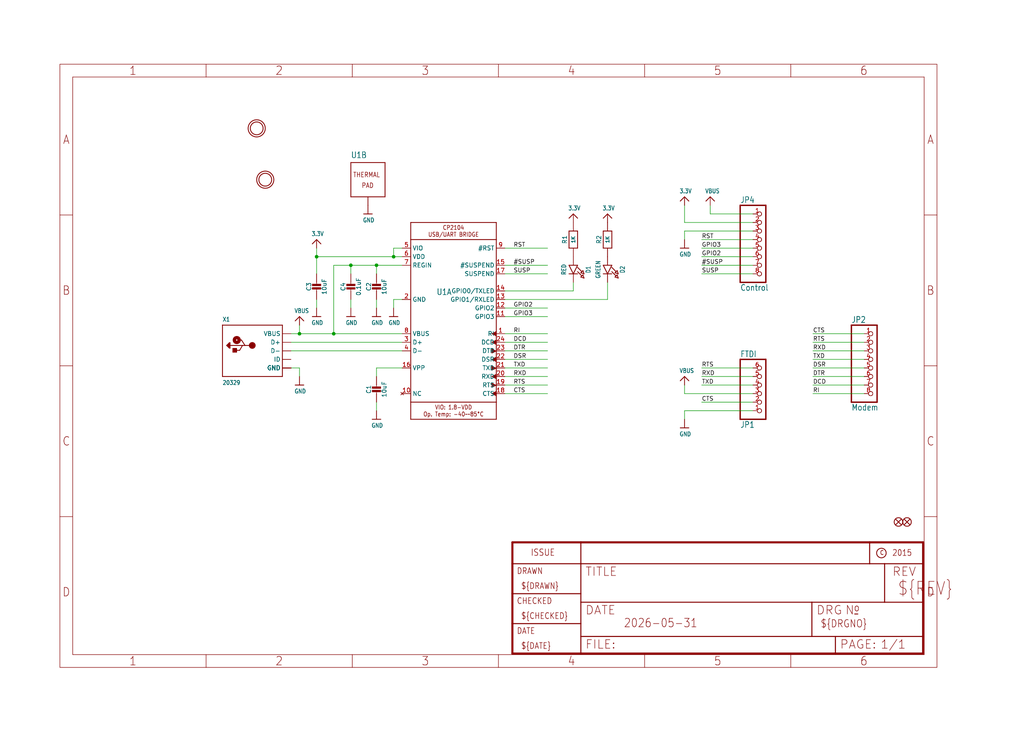
<source format=kicad_sch>
(kicad_sch (version 20230121) (generator eeschema)
  (paper "User" 303.962 217.322)
  (lib_symbols
    (symbol "working-eagle-import:3.3V" (power)
      (property "Value" "3.3V" (at -1.524 1.016 0))
      (symbol "3.3V_1_0"
        (polyline (pts (xy -1.27 -1.27) (xy 0 0)) (stroke (width 0.254)))
        (polyline (pts (xy 0 0) (xy 1.27 -1.27)) (stroke (width 0.254)))
        (pin power_in line (at 0 -2.54 90) (length 2.54) (name "3.3V") (number "1"))
      )
    )
    (symbol "working-eagle-import:CAP_CERAMIC0805-NOOUTLINE"
      (property "Reference" "C" (at -2.29 1.25 90))
      (symbol "CAP_CERAMIC0805-NOOUTLINE_1_0"
        (rectangle (start -1.27 0.508) (end 1.27 1.016) (fill (type outline)))
        (rectangle (start -1.27 1.524) (end 1.27 2.032) (fill (type outline)))
        (polyline (pts (xy 0 0.762) (xy 0 0)) (stroke (width 0.1524)))
        (polyline (pts (xy 0 2.54) (xy 0 1.778)) (stroke (width 0.1524)))
        (pin passive line (at 0 5.08 270) (length 2.54) (name "1") (number "1"))
        (pin passive line (at 0 -2.54 90) (length 2.54) (name "2") (number "2"))
      )
    )
    (symbol "working-eagle-import:CP2104"
      (property "Reference" "U" (at -5.08 6.35 0))
      (symbol "CP2104_1_0"
        (polyline (pts (xy -12.7 -30.48) (xy 12.7 -30.48)) (stroke (width 0.254)))
        (polyline (pts (xy -12.7 -25.4) (xy -12.7 -30.48)) (stroke (width 0.254)))
        (polyline (pts (xy -12.7 -25.4) (xy -12.7 22.86)) (stroke (width 0.254)))
        (polyline (pts (xy -12.7 22.86) (xy -12.7 27.94)) (stroke (width 0.254)))
        (polyline (pts (xy -12.7 22.86) (xy 12.7 22.86)) (stroke (width 0.254)))
        (polyline (pts (xy -12.7 27.94) (xy 12.7 27.94)) (stroke (width 0.254)))
        (polyline (pts (xy 12.7 -30.48) (xy 12.7 -25.4)) (stroke (width 0.254)))
        (polyline (pts (xy 12.7 -25.4) (xy -12.7 -25.4)) (stroke (width 0.254)))
        (polyline (pts (xy 12.7 22.86) (xy 12.7 -25.4)) (stroke (width 0.254)))
        (polyline (pts (xy 12.7 27.94) (xy 12.7 22.86)) (stroke (width 0.254)))
        (polyline (pts (xy 11.43 -19.685) (xy 11.43 -20.955) (xy 12.7 -20.32)) (stroke (width 0.254)) (fill (type outline)))
        (polyline (pts (xy 11.43 -14.605) (xy 11.43 -15.875) (xy 12.7 -15.24)) (stroke (width 0.254)) (fill (type outline)))
        (polyline (pts (xy 11.43 -9.525) (xy 11.43 -10.795) (xy 12.7 -10.16)) (stroke (width 0.254)) (fill (type outline)))
        (polyline (pts (xy 12.7 -22.225) (xy 11.43 -22.86) (xy 12.7 -23.495)) (stroke (width 0.254)) (fill (type outline)))
        (polyline (pts (xy 12.7 -17.145) (xy 11.43 -17.78) (xy 12.7 -18.415)) (stroke (width 0.254)) (fill (type outline)))
        (polyline (pts (xy 12.7 -12.065) (xy 11.43 -12.7) (xy 12.7 -13.335)) (stroke (width 0.254)) (fill (type outline)))
        (polyline (pts (xy 12.7 -6.985) (xy 11.43 -7.62) (xy 12.7 -8.255)) (stroke (width 0.254)) (fill (type outline)))
        (polyline (pts (xy 12.7 -4.445) (xy 11.43 -5.08) (xy 12.7 -5.715)) (stroke (width 0.254)) (fill (type outline)))
        (text "CP2104\nUSB/UART BRIDGE" (at 0 25.4 0) (effects (font (size 1.27 1.0795))))
        (text "VIO: 1.8-VDD\nOp. Temp: -40~~85°C" (at 0 -27.94 0) (effects (font (size 1.27 1.0795))))
        (pin input line (at 15.24 -5.08 180) (length 2.54) (name "RI") (number "1"))
        (pin no_connect line (at -15.24 -22.86 0) (length 2.54) (name "NC") (number "10"))
        (pin bidirectional line (at 15.24 0 180) (length 2.54) (name "GPIO3") (number "11"))
        (pin bidirectional line (at 15.24 2.54 180) (length 2.54) (name "GPIO2") (number "12"))
        (pin bidirectional line (at 15.24 5.08 180) (length 2.54) (name "GPIO1/RXLED") (number "13"))
        (pin bidirectional line (at 15.24 7.62 180) (length 2.54) (name "GPIO0/TXLED") (number "14"))
        (pin output line (at 15.24 15.24 180) (length 2.54) (name "#SUSPEND") (number "15"))
        (pin bidirectional line (at -15.24 -15.24 0) (length 2.54) (name "VPP") (number "16"))
        (pin output line (at 15.24 12.7 180) (length 2.54) (name "SUSPEND") (number "17"))
        (pin input line (at 15.24 -22.86 180) (length 2.54) (name "CTS") (number "18"))
        (pin output line (at 15.24 -20.32 180) (length 2.54) (name "RTS") (number "19"))
        (pin power_in line (at -15.24 5.08 0) (length 2.54) (name "GND") (number "2"))
        (pin input line (at 15.24 -17.78 180) (length 2.54) (name "RXD") (number "20"))
        (pin output line (at 15.24 -15.24 180) (length 2.54) (name "TXD") (number "21"))
        (pin input line (at 15.24 -12.7 180) (length 2.54) (name "DSR") (number "22"))
        (pin output line (at 15.24 -10.16 180) (length 2.54) (name "DTR") (number "23"))
        (pin input line (at 15.24 -7.62 180) (length 2.54) (name "DCD") (number "24"))
        (pin bidirectional line (at -15.24 -7.62 0) (length 2.54) (name "D+") (number "3"))
        (pin bidirectional line (at -15.24 -10.16 0) (length 2.54) (name "D-") (number "4"))
        (pin power_in line (at -15.24 20.32 0) (length 2.54) (name "VIO") (number "5"))
        (pin power_in line (at -15.24 17.78 0) (length 2.54) (name "VDD") (number "6"))
        (pin power_in line (at -15.24 15.24 0) (length 2.54) (name "REGIN") (number "7"))
        (pin power_in line (at -15.24 -5.08 0) (length 2.54) (name "VBUS") (number "8"))
        (pin bidirectional line (at 15.24 20.32 180) (length 2.54) (name "#RST") (number "9"))
      )
      (symbol "CP2104_2_0"
        (polyline (pts (xy -5.08 -5.08) (xy -5.08 5.08)) (stroke (width 0.254)))
        (polyline (pts (xy -5.08 5.08) (xy 5.08 5.08)) (stroke (width 0.254)))
        (polyline (pts (xy 5.08 -5.08) (xy -5.08 -5.08)) (stroke (width 0.254)))
        (polyline (pts (xy 5.08 5.08) (xy 5.08 -5.08)) (stroke (width 0.254)))
        (text "PAD" (at -1.905 -2.54 0) (effects (font (size 1.4224 1.209)) (justify left bottom)))
        (text "THERMAL" (at -4.445 0.635 0) (effects (font (size 1.4224 1.209)) (justify left bottom)))
        (pin power_in line (at 0 -7.62 90) (length 2.54) (name "TP") (number "THERM"))
      )
    )
    (symbol "working-eagle-import:FIDUCIAL{dblquote}{dblquote}"
      (symbol "FIDUCIAL{dblquote}{dblquote}_1_0"
        (polyline (pts (xy -0.762 0.762) (xy 0.762 -0.762)) (stroke (width 0.254)))
        (polyline (pts (xy 0.762 0.762) (xy -0.762 -0.762)) (stroke (width 0.254)))
        (circle (center 0 0) (radius 1.27) (stroke (width 0.254)))
      )
    )
    (symbol "working-eagle-import:FRAME_A4"
      (symbol "FRAME_A4_1_0"
        (polyline (pts (xy 0 44.7675) (xy 3.81 44.7675)))
        (polyline (pts (xy 0 89.535) (xy 3.81 89.535)))
        (polyline (pts (xy 0 134.3025) (xy 3.81 134.3025)))
        (polyline (pts (xy 3.81 3.81) (xy 3.81 175.26)))
        (polyline (pts (xy 43.3917 0) (xy 43.3917 3.81)))
        (polyline (pts (xy 43.3917 175.26) (xy 43.3917 179.07)))
        (polyline (pts (xy 86.7833 0) (xy 86.7833 3.81)))
        (polyline (pts (xy 86.7833 175.26) (xy 86.7833 179.07)))
        (polyline (pts (xy 130.175 0) (xy 130.175 3.81)))
        (polyline (pts (xy 130.175 175.26) (xy 130.175 179.07)))
        (polyline (pts (xy 173.5667 0) (xy 173.5667 3.81)))
        (polyline (pts (xy 173.5667 175.26) (xy 173.5667 179.07)))
        (polyline (pts (xy 216.9583 0) (xy 216.9583 3.81)))
        (polyline (pts (xy 216.9583 175.26) (xy 216.9583 179.07)))
        (polyline (pts (xy 256.54 3.81) (xy 3.81 3.81)))
        (polyline (pts (xy 256.54 3.81) (xy 256.54 8.89)) (stroke (width 0.1016)))
        (polyline (pts (xy 256.54 3.81) (xy 256.54 175.26)))
        (polyline (pts (xy 256.54 8.89) (xy 256.54 13.97)) (stroke (width 0.1016)))
        (polyline (pts (xy 256.54 13.97) (xy 256.54 19.05)) (stroke (width 0.1016)))
        (polyline (pts (xy 256.54 19.05) (xy 256.54 36.83)) (stroke (width 0.1016)))
        (polyline (pts (xy 256.54 44.7675) (xy 260.35 44.7675)))
        (polyline (pts (xy 256.54 89.535) (xy 260.35 89.535)))
        (polyline (pts (xy 256.54 134.3025) (xy 260.35 134.3025)))
        (polyline (pts (xy 256.54 175.26) (xy 3.81 175.26)))
        (polyline (pts (xy 0 0) (xy 260.35 0) (xy 260.35 179.07) (xy 0 179.07) (xy 0 0)))
        (text "1" (at 21.6958 1.905 0) (effects (font (size 2.54 2.286))))
        (text "1" (at 21.6958 177.165 0) (effects (font (size 2.54 2.286))))
        (text "2" (at 65.0875 1.905 0) (effects (font (size 2.54 2.286))))
        (text "2" (at 65.0875 177.165 0) (effects (font (size 2.54 2.286))))
        (text "3" (at 108.4792 1.905 0) (effects (font (size 2.54 2.286))))
        (text "3" (at 108.4792 177.165 0) (effects (font (size 2.54 2.286))))
        (text "4" (at 151.8708 1.905 0) (effects (font (size 2.54 2.286))))
        (text "4" (at 151.8708 177.165 0) (effects (font (size 2.54 2.286))))
        (text "5" (at 195.2625 1.905 0) (effects (font (size 2.54 2.286))))
        (text "5" (at 195.2625 177.165 0) (effects (font (size 2.54 2.286))))
        (text "6" (at 238.6542 1.905 0) (effects (font (size 2.54 2.286))))
        (text "6" (at 238.6542 177.165 0) (effects (font (size 2.54 2.286))))
        (text "A" (at 1.905 156.6863 0) (effects (font (size 2.54 2.286))))
        (text "A" (at 258.445 156.6863 0) (effects (font (size 2.54 2.286))))
        (text "B" (at 1.905 111.9188 0) (effects (font (size 2.54 2.286))))
        (text "B" (at 258.445 111.9188 0) (effects (font (size 2.54 2.286))))
        (text "C" (at 1.905 67.1513 0) (effects (font (size 2.54 2.286))))
        (text "C" (at 258.445 67.1513 0) (effects (font (size 2.54 2.286))))
        (text "D" (at 1.905 22.3838 0) (effects (font (size 2.54 2.286))))
        (text "D" (at 258.445 22.3838 0) (effects (font (size 2.54 2.286))))
      )
      (symbol "FRAME_A4_2_0"
        (polyline (pts (xy -0.3048 1.5748) (xy 20.0152 1.5748)) (stroke (width 0.6096)))
        (polyline (pts (xy -0.3048 10.4648) (xy -0.3048 1.5748)) (stroke (width 0.6096)))
        (polyline (pts (xy -0.3048 10.4648) (xy 20.0152 10.4648)) (stroke (width 0.3048)))
        (polyline (pts (xy -0.3048 19.3548) (xy -0.3048 10.4648)) (stroke (width 0.6096)))
        (polyline (pts (xy -0.3048 19.3548) (xy 20.0152 19.3548)) (stroke (width 0.3048)))
        (polyline (pts (xy -0.3048 28.2448) (xy -0.3048 19.3548)) (stroke (width 0.6096)))
        (polyline (pts (xy -0.3048 28.2448) (xy 20.0152 28.2448)) (stroke (width 0.3048)))
        (polyline (pts (xy -0.3048 34.5948) (xy -0.3048 28.2448)) (stroke (width 0.6096)))
        (polyline (pts (xy 20.0152 1.5748) (xy 20.0152 6.6548)) (stroke (width 0.3048)))
        (polyline (pts (xy 20.0152 1.5748) (xy 95.5802 1.5748)) (stroke (width 0.6096)))
        (polyline (pts (xy 20.0152 6.6548) (xy 20.0152 10.4648)) (stroke (width 0.3048)))
        (polyline (pts (xy 20.0152 6.6548) (xy 88.5952 6.6548)) (stroke (width 0.3048)))
        (polyline (pts (xy 20.0152 10.4648) (xy 20.0152 16.8148)) (stroke (width 0.3048)))
        (polyline (pts (xy 20.0152 16.8148) (xy 20.0152 19.3548)) (stroke (width 0.3048)))
        (polyline (pts (xy 20.0152 19.3548) (xy 20.0152 28.2448)) (stroke (width 0.3048)))
        (polyline (pts (xy 20.0152 28.2448) (xy 20.0152 34.5948)) (stroke (width 0.3048)))
        (polyline (pts (xy 20.0152 28.2448) (xy 105.7402 28.2448)) (stroke (width 0.3048)))
        (polyline (pts (xy 20.0152 34.5948) (xy -0.3048 34.5948)) (stroke (width 0.6096)))
        (polyline (pts (xy 88.5952 6.6548) (xy 95.5802 6.6548)) (stroke (width 0.3048)))
        (polyline (pts (xy 88.5952 16.8148) (xy 20.0152 16.8148)) (stroke (width 0.3048)))
        (polyline (pts (xy 88.5952 16.8148) (xy 88.5952 6.6548)) (stroke (width 0.3048)))
        (polyline (pts (xy 95.5802 1.5748) (xy 121.6152 1.5748)) (stroke (width 0.6096)))
        (polyline (pts (xy 95.5802 6.6548) (xy 95.5802 1.5748)) (stroke (width 0.3048)))
        (polyline (pts (xy 95.5802 6.6548) (xy 121.6152 6.6548)) (stroke (width 0.3048)))
        (polyline (pts (xy 101.2952 13.3223) (xy 102.2477 13.3223)) (stroke (width 0.254)))
        (polyline (pts (xy 105.7402 28.2448) (xy 105.7402 34.5948)) (stroke (width 0.3048)))
        (polyline (pts (xy 105.7402 28.2448) (xy 110.1852 28.2448)) (stroke (width 0.3048)))
        (polyline (pts (xy 105.7402 34.5948) (xy 20.0152 34.5948)) (stroke (width 0.6096)))
        (polyline (pts (xy 110.1852 16.8148) (xy 88.5952 16.8148)) (stroke (width 0.3048)))
        (polyline (pts (xy 110.1852 28.2448) (xy 110.1852 16.8148)) (stroke (width 0.3048)))
        (polyline (pts (xy 110.1852 28.2448) (xy 121.6152 28.2448)) (stroke (width 0.3048)))
        (polyline (pts (xy 121.6152 6.6548) (xy 121.6152 1.5748)) (stroke (width 0.6096)))
        (polyline (pts (xy 121.6152 16.8148) (xy 110.1852 16.8148)) (stroke (width 0.3048)))
        (polyline (pts (xy 121.6152 16.8148) (xy 121.6152 6.6548)) (stroke (width 0.6096)))
        (polyline (pts (xy 121.6152 28.2448) (xy 121.6152 16.8148)) (stroke (width 0.6096)))
        (polyline (pts (xy 121.6152 34.5948) (xy 105.7402 34.5948)) (stroke (width 0.6096)))
        (polyline (pts (xy 121.6152 34.5948) (xy 121.6152 28.2448)) (stroke (width 0.6096)))
        (circle (center 109.2327 31.4198) (radius 1.4199) (stroke (width 0.254)))
        (text "${#}/${##}" (at 108.9152 2.8448 0) (effects (font (size 2.54 2.54)) (justify left bottom)))
        (text "${CHECKED}" (at 2.2352 11.7348 0) (effects (font (size 1.778 1.5113)) (justify left bottom)))
        (text "${COMPANY}" (at 23.349 29.6735 0) (effects (font (size 3.175 2.6987) (thickness 0.5397) bold) (justify left bottom)))
        (text "${CURRENT_DATE}" (at 32.7152 9.1948 0) (effects (font (size 2.54 2.159)) (justify left bottom)))
        (text "${DATE}" (at 2.2352 2.8448 0) (effects (font (size 1.778 1.5113)) (justify left bottom)))
        (text "${DRAWN}" (at 2.2352 20.6248 0) (effects (font (size 1.778 1.5113)) (justify left bottom)))
        (text "${DRGNO}" (at 91.1352 9.1948 0) (effects (font (size 2.1844 1.8567)) (justify left bottom)))
        (text "${PROJECTNAME}" (at 33.0327 2.8448 0) (effects (font (size 2.54 2.159)) (justify left bottom)))
        (text "${REV}" (at 113.9952 18.7198 0) (effects (font (size 3.81 3.2385)) (justify left bottom)))
        (text "2015" (at 112.4077 30.4673 0) (effects (font (size 1.778 1.5113)) (justify left bottom)))
        (text "C" (at 108.7564 30.7848 0) (effects (font (size 1.27 1.0795)) (justify left bottom)))
        (text "CHECKED" (at 0.9652 16.1798 0) (effects (font (size 1.778 1.5113)) (justify left bottom)))
        (text "DATE" (at 0.9652 7.2898 0) (effects (font (size 1.778 1.5113)) (justify left bottom)))
        (text "DATE" (at 21.2852 13.0048 0) (effects (font (size 2.54 2.54)) (justify left bottom)))
        (text "DRAWN" (at 0.9652 25.0698 0) (effects (font (size 1.778 1.5113)) (justify left bottom)))
        (text "DRG" (at 89.8652 13.0048 0) (effects (font (size 2.54 2.54)) (justify left bottom)))
        (text "FILE:" (at 21.2852 2.8448 0) (effects (font (size 2.54 2.54)) (justify left bottom)))
        (text "ISSUE" (at 5.0927 30.4673 0) (effects (font (size 1.9304 1.6408)) (justify left bottom)))
        (text "N" (at 98.4377 13.0048 0) (effects (font (size 2.54 2.54)) (justify left bottom)))
        (text "o" (at 100.9777 13.9573 0) (effects (font (size 2.1844 1.8567)) (justify left bottom)))
        (text "PAGE:" (at 96.8502 2.8448 0) (effects (font (size 2.54 2.54)) (justify left bottom)))
        (text "REV" (at 112.4077 24.4348 0) (effects (font (size 2.54 2.54)) (justify left bottom)))
        (text "TITLE" (at 21.2852 24.4348 0) (effects (font (size 2.54 2.54)) (justify left bottom)))
      )
    )
    (symbol "working-eagle-import:GND" (power)
      (property "Value" "GND" (at -1.524 -2.54 0))
      (symbol "GND_1_0"
        (polyline (pts (xy -1.27 0) (xy 1.27 0)) (stroke (width 0.254)))
        (pin power_in line (at 0 2.54 270) (length 2.54) (name "GND") (number "1"))
      )
    )
    (symbol "working-eagle-import:HEADER-1X676MIL"
      (property "Reference" "JP" (at -6.35 10.795 0))
      (symbol "HEADER-1X676MIL_1_0"
        (polyline (pts (xy -6.35 -7.62) (xy 1.27 -7.62)) (stroke (width 0.4064)))
        (polyline (pts (xy -6.35 10.16) (xy -6.35 -7.62)) (stroke (width 0.4064)))
        (polyline (pts (xy 1.27 -7.62) (xy 1.27 10.16)) (stroke (width 0.4064)))
        (polyline (pts (xy 1.27 10.16) (xy -6.35 10.16)) (stroke (width 0.4064)))
        (pin passive inverted (at -2.54 7.62 0) (length 2.54) (name "1") (number "1"))
        (pin passive inverted (at -2.54 5.08 0) (length 2.54) (name "2") (number "2"))
        (pin passive inverted (at -2.54 2.54 0) (length 2.54) (name "3") (number "3"))
        (pin passive inverted (at -2.54 0 0) (length 2.54) (name "4") (number "4"))
        (pin passive inverted (at -2.54 -2.54 0) (length 2.54) (name "5") (number "5"))
        (pin passive inverted (at -2.54 -5.08 0) (length 2.54) (name "6") (number "6"))
      )
    )
    (symbol "working-eagle-import:HEADER-1X870MIL"
      (property "Reference" "JP" (at -6.35 13.335 0))
      (symbol "HEADER-1X870MIL_1_0"
        (polyline (pts (xy -6.35 -10.16) (xy 1.27 -10.16)) (stroke (width 0.4064)))
        (polyline (pts (xy -6.35 12.7) (xy -6.35 -10.16)) (stroke (width 0.4064)))
        (polyline (pts (xy 1.27 -10.16) (xy 1.27 12.7)) (stroke (width 0.4064)))
        (polyline (pts (xy 1.27 12.7) (xy -6.35 12.7)) (stroke (width 0.4064)))
        (pin passive inverted (at -2.54 10.16 0) (length 2.54) (name "1") (number "1"))
        (pin passive inverted (at -2.54 7.62 0) (length 2.54) (name "2") (number "2"))
        (pin passive inverted (at -2.54 5.08 0) (length 2.54) (name "3") (number "3"))
        (pin passive inverted (at -2.54 2.54 0) (length 2.54) (name "4") (number "4"))
        (pin passive inverted (at -2.54 0 0) (length 2.54) (name "5") (number "5"))
        (pin passive inverted (at -2.54 -2.54 0) (length 2.54) (name "6") (number "6"))
        (pin passive inverted (at -2.54 -5.08 0) (length 2.54) (name "7") (number "7"))
        (pin passive inverted (at -2.54 -7.62 0) (length 2.54) (name "8") (number "8"))
      )
    )
    (symbol "working-eagle-import:LED0805_NOOUTLINE"
      (property "Reference" "D" (at -1.27 4.445 0))
      (symbol "LED0805_NOOUTLINE_1_0"
        (polyline (pts (xy -2.54 -1.27) (xy 0 0)) (stroke (width 0.254)))
        (polyline (pts (xy -2.54 1.27) (xy -2.54 -1.27)) (stroke (width 0.254)))
        (polyline (pts (xy -1.905 1.27) (xy -0.635 2.54)) (stroke (width 0.254)))
        (polyline (pts (xy -0.9525 2.8575) (xy -0.3175 2.2225)) (stroke (width 0.254)))
        (polyline (pts (xy -0.635 1.27) (xy 0.635 2.54)) (stroke (width 0.254)))
        (polyline (pts (xy -0.3175 2.2225) (xy 0 3.175)) (stroke (width 0.254)))
        (polyline (pts (xy 0 0) (xy -2.54 1.27)) (stroke (width 0.254)))
        (polyline (pts (xy 0 0) (xy 0 -1.27)) (stroke (width 0.254)))
        (polyline (pts (xy 0 1.27) (xy 0 0)) (stroke (width 0.254)))
        (polyline (pts (xy 0 3.175) (xy -0.9525 2.8575)) (stroke (width 0.254)))
        (polyline (pts (xy 0.3175 2.8575) (xy 0.9525 2.2225)) (stroke (width 0.254)))
        (polyline (pts (xy 0.9525 2.2225) (xy 1.27 3.175)) (stroke (width 0.254)))
        (polyline (pts (xy 1.27 3.175) (xy 0.3175 2.8575)) (stroke (width 0.254)))
        (pin passive line (at -5.08 0 0) (length 2.54) (name "A") (number "A"))
        (pin passive line (at 2.54 0 180) (length 2.54) (name "C") (number "C"))
      )
    )
    (symbol "working-eagle-import:MOUNTINGHOLE2.0"
      (symbol "MOUNTINGHOLE2.0_1_0"
        (circle (center 0 0) (radius 1.905) (stroke (width 0.254)))
        (circle (center 0 0) (radius 2.54) (stroke (width 0.254)))
      )
    )
    (symbol "working-eagle-import:RESISTOR0805_NOOUTLINE"
      (property "Reference" "R" (at 0 2.54 0))
      (symbol "RESISTOR0805_NOOUTLINE_1_0"
        (polyline (pts (xy -2.54 -1.27) (xy -2.54 1.27)) (stroke (width 0.254)))
        (polyline (pts (xy -2.54 1.27) (xy 2.54 1.27)) (stroke (width 0.254)))
        (polyline (pts (xy 2.54 -1.27) (xy -2.54 -1.27)) (stroke (width 0.254)))
        (polyline (pts (xy 2.54 1.27) (xy 2.54 -1.27)) (stroke (width 0.254)))
        (pin passive line (at -5.08 0 0) (length 2.54) (name "1") (number "1"))
        (pin passive line (at 5.08 0 180) (length 2.54) (name "2") (number "2"))
      )
    )
    (symbol "working-eagle-import:USB_MICRO_20329_V2"
      (property "Reference" "X" (at -10.16 8.636 0))
      (symbol "USB_MICRO_20329_V2_1_0"
        (rectangle (start -7.12 -0.45) (end -5.92 0.75) (fill (type outline)))
        (circle (center -5.92 3.2) (radius 0.2) (stroke (width 1)))
        (circle (center -1.32 1.6) (radius 0.5) (stroke (width 1)))
        (polyline (pts (xy -10.2 7.62) (xy -10.16 7.62)) (stroke (width 0.254)))
        (polyline (pts (xy -10.16 -7.62) (xy 7.62 -7.62)) (stroke (width 0.254)))
        (polyline (pts (xy -10.16 7.62) (xy -10.16 -7.62)) (stroke (width 0.254)))
        (polyline (pts (xy -10.16 7.62) (xy 7.62 7.62)) (stroke (width 0.254)))
        (polyline (pts (xy -8.92 1.6) (xy -8.12 2.4)) (stroke (width 0.254)))
        (polyline (pts (xy -8.52 1.4) (xy -8.32 1.2)) (stroke (width 0.254)))
        (polyline (pts (xy -8.52 1.6) (xy -8.52 1.4)) (stroke (width 0.254)))
        (polyline (pts (xy -8.32 1.2) (xy -8.32 2)) (stroke (width 0.254)))
        (polyline (pts (xy -8.32 2) (xy -8.72 1.6)) (stroke (width 0.254)))
        (polyline (pts (xy -8.12 0.8) (xy -8.92 1.6)) (stroke (width 0.254)))
        (polyline (pts (xy -8.12 1) (xy -8.12 2.4)) (stroke (width 0.254)))
        (polyline (pts (xy -8.12 2.4) (xy -7.92 2.4)) (stroke (width 0.254)))
        (polyline (pts (xy -7.92 0.8) (xy -8.12 0.8)) (stroke (width 0.254)))
        (polyline (pts (xy -7.92 1.6) (xy -7.92 0.8)) (stroke (width 0.254)))
        (polyline (pts (xy -7.92 2.4) (xy -7.92 1.6)) (stroke (width 0.254)))
        (polyline (pts (xy -6.27 0.15) (xy -5.07 0.15)) (stroke (width 0.254)))
        (polyline (pts (xy -5.52 3.2) (xy -4.52 3.2)) (stroke (width 0.254)))
        (polyline (pts (xy -5.07 0.15) (xy -4.22 1.6)) (stroke (width 0.254)))
        (polyline (pts (xy -4.52 3.2) (xy -3.47 1.6)) (stroke (width 0.254)))
        (polyline (pts (xy -4.22 1.6) (xy -7.92 1.6)) (stroke (width 0.254)))
        (polyline (pts (xy -3.47 1.6) (xy -4.22 1.6)) (stroke (width 0.254)))
        (polyline (pts (xy -1.32 1.6) (xy -3.47 1.6)) (stroke (width 0.254)))
        (polyline (pts (xy 7.62 7.62) (xy 7.62 -7.62)) (stroke (width 0.254)))
        (pin power_in line (at 10.16 -5.08 180) (length 2.54) (name "GND") (number "BASE@1"))
        (pin power_in line (at 10.16 -5.08 180) (length 2.54) (name "GND") (number "BASE@2"))
        (pin bidirectional line (at 10.16 2.54 180) (length 2.54) (name "D+") (number "D+"))
        (pin bidirectional line (at 10.16 0 180) (length 2.54) (name "D-") (number "D-"))
        (pin power_in line (at 10.16 -5.08 180) (length 2.54) (name "GND") (number "GND"))
        (pin bidirectional line (at 10.16 -2.54 180) (length 2.54) (name "ID") (number "ID"))
        (pin power_in line (at 10.16 -5.08 180) (length 2.54) (name "GND") (number "SPRT@1"))
        (pin power_in line (at 10.16 -5.08 180) (length 2.54) (name "GND") (number "SPRT@2"))
        (pin power_in line (at 10.16 -5.08 180) (length 2.54) (name "GND") (number "SPRT@3"))
        (pin power_in line (at 10.16 -5.08 180) (length 2.54) (name "GND") (number "SPRT@4"))
        (pin power_in line (at 10.16 5.08 180) (length 2.54) (name "VBUS") (number "VBUS"))
      )
    )
    (symbol "working-eagle-import:VBUS" (power)
      (property "Value" "VBUS" (at -1.524 1.016 0))
      (symbol "VBUS_1_0"
        (polyline (pts (xy -1.27 -1.27) (xy 0 0)) (stroke (width 0.254)))
        (polyline (pts (xy 0 0) (xy 1.27 -1.27)) (stroke (width 0.254)))
        (pin power_in line (at 0 -2.54 90) (length 2.54) (name "VBUS") (number "1"))
      )
    )
  )
  (junction (at 88.9 99.06))
  (junction (at 111.76 78.74))
  (junction (at 104.14 78.74))
  (junction (at 93.98 76.2))
  (junction (at 99.06 99.06))
  (junction (at 116.84 76.2))
  (wire (pts (xy 111.76 119.38) (xy 111.76 121.92)) (stroke (width 0.1524)))
  (wire (pts (xy 99.06 78.74) (xy 99.06 99.06)) (stroke (width 0.1524)))
  (wire (pts (xy 119.38 88.9) (xy 116.84 88.9)) (stroke (width 0.1524)))
  (wire (pts (xy 241.3 104.14) (xy 256.54 104.14)) (stroke (width 0.1524)))
  (wire (pts (xy 256.54 101.6) (xy 241.3 101.6)) (stroke (width 0.1524)))
  (wire (pts (xy 203.2 66.04) (xy 203.2 60.96)) (stroke (width 0.1524)))
  (wire (pts (xy 88.9 99.06) (xy 99.06 99.06)) (stroke (width 0.1524)))
  (wire (pts (xy 223.52 121.92) (xy 203.2 121.92)) (stroke (width 0.1524)))
  (wire (pts (xy 162.56 111.76) (xy 149.86 111.76)) (stroke (width 0.1524)))
  (wire (pts (xy 111.76 109.22) (xy 111.76 111.76)) (stroke (width 0.1524)))
  (wire (pts (xy 203.2 121.92) (xy 203.2 124.46)) (stroke (width 0.1524)))
  (wire (pts (xy 203.2 68.58) (xy 203.2 71.12)) (stroke (width 0.1524)))
  (wire (pts (xy 119.38 73.66) (xy 116.84 73.66)) (stroke (width 0.1524)))
  (wire (pts (xy 241.3 99.06) (xy 256.54 99.06)) (stroke (width 0.1524)))
  (wire (pts (xy 149.86 93.98) (xy 162.56 93.98)) (stroke (width 0.1524)))
  (wire (pts (xy 241.3 116.84) (xy 256.54 116.84)) (stroke (width 0.1524)))
  (wire (pts (xy 223.52 109.22) (xy 208.28 109.22)) (stroke (width 0.1524)))
  (wire (pts (xy 210.82 60.96) (xy 210.82 63.5)) (stroke (width 0.1524)))
  (wire (pts (xy 203.2 116.84) (xy 203.2 114.3)) (stroke (width 0.1524)))
  (wire (pts (xy 119.38 109.22) (xy 111.76 109.22)) (stroke (width 0.1524)))
  (wire (pts (xy 119.38 76.2) (xy 116.84 76.2)) (stroke (width 0.1524)))
  (wire (pts (xy 162.56 116.84) (xy 149.86 116.84)) (stroke (width 0.1524)))
  (wire (pts (xy 86.36 101.6) (xy 119.38 101.6)) (stroke (width 0.1524)))
  (wire (pts (xy 93.98 76.2) (xy 93.98 81.28)) (stroke (width 0.1524)))
  (wire (pts (xy 149.86 91.44) (xy 162.56 91.44)) (stroke (width 0.1524)))
  (wire (pts (xy 104.14 78.74) (xy 99.06 78.74)) (stroke (width 0.1524)))
  (wire (pts (xy 116.84 76.2) (xy 93.98 76.2)) (stroke (width 0.1524)))
  (wire (pts (xy 180.34 88.9) (xy 180.34 83.82)) (stroke (width 0.1524)))
  (wire (pts (xy 149.86 104.14) (xy 162.56 104.14)) (stroke (width 0.1524)))
  (wire (pts (xy 149.86 101.6) (xy 162.56 101.6)) (stroke (width 0.1524)))
  (wire (pts (xy 223.52 68.58) (xy 203.2 68.58)) (stroke (width 0.1524)))
  (wire (pts (xy 149.86 73.66) (xy 162.56 73.66)) (stroke (width 0.1524)))
  (wire (pts (xy 88.9 99.06) (xy 88.9 96.52)) (stroke (width 0.1524)))
  (wire (pts (xy 99.06 99.06) (xy 119.38 99.06)) (stroke (width 0.1524)))
  (wire (pts (xy 223.52 78.74) (xy 208.28 78.74)) (stroke (width 0.1524)))
  (wire (pts (xy 116.84 73.66) (xy 116.84 76.2)) (stroke (width 0.1524)))
  (wire (pts (xy 208.28 114.3) (xy 223.52 114.3)) (stroke (width 0.1524)))
  (wire (pts (xy 86.36 99.06) (xy 88.9 99.06)) (stroke (width 0.1524)))
  (wire (pts (xy 223.52 119.38) (xy 208.28 119.38)) (stroke (width 0.1524)))
  (wire (pts (xy 111.76 78.74) (xy 104.14 78.74)) (stroke (width 0.1524)))
  (wire (pts (xy 86.36 109.22) (xy 88.9 109.22)) (stroke (width 0.1524)))
  (wire (pts (xy 104.14 78.74) (xy 104.14 81.28)) (stroke (width 0.1524)))
  (wire (pts (xy 149.86 106.68) (xy 162.56 106.68)) (stroke (width 0.1524)))
  (wire (pts (xy 149.86 78.74) (xy 162.56 78.74)) (stroke (width 0.1524)))
  (wire (pts (xy 88.9 109.22) (xy 88.9 111.76)) (stroke (width 0.1524)))
  (wire (pts (xy 149.86 99.06) (xy 162.56 99.06)) (stroke (width 0.1524)))
  (wire (pts (xy 210.82 63.5) (xy 223.52 63.5)) (stroke (width 0.1524)))
  (wire (pts (xy 149.86 109.22) (xy 162.56 109.22)) (stroke (width 0.1524)))
  (wire (pts (xy 149.86 86.36) (xy 170.18 86.36)) (stroke (width 0.1524)))
  (wire (pts (xy 241.3 114.3) (xy 256.54 114.3)) (stroke (width 0.1524)))
  (wire (pts (xy 208.28 76.2) (xy 223.52 76.2)) (stroke (width 0.1524)))
  (wire (pts (xy 208.28 81.28) (xy 223.52 81.28)) (stroke (width 0.1524)))
  (wire (pts (xy 170.18 86.36) (xy 170.18 83.82)) (stroke (width 0.1524)))
  (wire (pts (xy 104.14 88.9) (xy 104.14 91.44)) (stroke (width 0.1524)))
  (wire (pts (xy 162.56 114.3) (xy 149.86 114.3)) (stroke (width 0.1524)))
  (wire (pts (xy 208.28 71.12) (xy 223.52 71.12)) (stroke (width 0.1524)))
  (wire (pts (xy 149.86 81.28) (xy 162.56 81.28)) (stroke (width 0.1524)))
  (wire (pts (xy 208.28 73.66) (xy 223.52 73.66)) (stroke (width 0.1524)))
  (wire (pts (xy 119.38 78.74) (xy 111.76 78.74)) (stroke (width 0.1524)))
  (wire (pts (xy 93.98 88.9) (xy 93.98 91.44)) (stroke (width 0.1524)))
  (wire (pts (xy 86.36 104.14) (xy 119.38 104.14)) (stroke (width 0.1524)))
  (wire (pts (xy 223.52 66.04) (xy 203.2 66.04)) (stroke (width 0.1524)))
  (wire (pts (xy 241.3 109.22) (xy 256.54 109.22)) (stroke (width 0.1524)))
  (wire (pts (xy 223.52 111.76) (xy 208.28 111.76)) (stroke (width 0.1524)))
  (wire (pts (xy 116.84 88.9) (xy 116.84 91.44)) (stroke (width 0.1524)))
  (wire (pts (xy 149.86 88.9) (xy 180.34 88.9)) (stroke (width 0.1524)))
  (wire (pts (xy 223.52 116.84) (xy 203.2 116.84)) (stroke (width 0.1524)))
  (wire (pts (xy 256.54 106.68) (xy 241.3 106.68)) (stroke (width 0.1524)))
  (wire (pts (xy 93.98 76.2) (xy 93.98 73.66)) (stroke (width 0.1524)))
  (wire (pts (xy 111.76 88.9) (xy 111.76 91.44)) (stroke (width 0.1524)))
  (wire (pts (xy 111.76 78.74) (xy 111.76 81.28)) (stroke (width 0.1524)))
  (wire (pts (xy 241.3 111.76) (xy 256.54 111.76)) (stroke (width 0.1524)))
  (label "RI" (at 241.3 116.84 0) (effects (font (size 1.2446 1.2446))))
  (label "RTS" (at 241.3 101.6 0) (effects (font (size 1.2446 1.2446))))
  (label "TXD" (at 241.3 106.68 0) (effects (font (size 1.2446 1.2446))))
  (label "#SUSP" (at 152.4 78.74 0) (effects (font (size 1.2446 1.2446))))
  (label "CTS" (at 241.3 99.06 0) (effects (font (size 1.2446 1.2446))))
  (label "TXD" (at 152.4 109.22 0) (effects (font (size 1.2446 1.2446))))
  (label "GPIO3" (at 152.4 93.98 0) (effects (font (size 1.2446 1.2446))))
  (label "DSR" (at 152.4 106.68 0) (effects (font (size 1.2446 1.2446))))
  (label "SUSP" (at 208.28 81.28 0) (effects (font (size 1.2446 1.2446))))
  (label "DTR" (at 152.4 104.14 0) (effects (font (size 1.2446 1.2446))))
  (label "RTS" (at 152.4 114.3 0) (effects (font (size 1.2446 1.2446))))
  (label "GPIO2" (at 208.28 76.2 0) (effects (font (size 1.2446 1.2446))))
  (label "RST" (at 208.28 71.12 0) (effects (font (size 1.2446 1.2446))))
  (label "RST" (at 152.4 73.66 0) (effects (font (size 1.2446 1.2446))))
  (label "RI" (at 152.4 99.06 0) (effects (font (size 1.2446 1.2446))))
  (label "DTR" (at 241.3 111.76 0) (effects (font (size 1.2446 1.2446))))
  (label "TXD" (at 208.28 114.3 0) (effects (font (size 1.2446 1.2446))))
  (label "SUSP" (at 152.4 81.28 0) (effects (font (size 1.2446 1.2446))))
  (label "RXD" (at 152.4 111.76 0) (effects (font (size 1.2446 1.2446))))
  (label "CTS" (at 152.4 116.84 0) (effects (font (size 1.2446 1.2446))))
  (label "DCD" (at 241.3 114.3 0) (effects (font (size 1.2446 1.2446))))
  (label "CTS" (at 208.28 119.38 0) (effects (font (size 1.2446 1.2446))))
  (label "GPIO2" (at 152.4 91.44 0) (effects (font (size 1.2446 1.2446))))
  (label "#SUSP" (at 208.28 78.74 0) (effects (font (size 1.2446 1.2446))))
  (label "RXD" (at 241.3 104.14 0) (effects (font (size 1.2446 1.2446))))
  (label "RXD" (at 208.28 111.76 0) (effects (font (size 1.2446 1.2446))))
  (label "DSR" (at 241.3 109.22 0) (effects (font (size 1.2446 1.2446))))
  (label "RTS" (at 208.28 109.22 0) (effects (font (size 1.2446 1.2446))))
  (label "GPIO3" (at 208.28 73.66 0) (effects (font (size 1.2446 1.2446))))
  (label "DCD" (at 152.4 101.6 0) (effects (font (size 1.2446 1.2446))))
  (symbol (lib_id "working-eagle-import:LED0805_NOOUTLINE") (at 180.34 81.28 270) (unit 1)
    (property "Reference" "D2" (at 184.785 80.01 0) (effects (font (size 1.27 1.0795))))
    (property "Value" "GREEN" (at 177.546 80.01 0) (effects (font (size 1.27 1.0795))))
    (property "Footprint" "working:CHIPLED_0805_NOOUTLINE" (effects hide))
  )
  (symbol (lib_id "working-eagle-import:GND") (at 116.84 93.98 0) (unit 1)
    (property "Reference" "#U$2" (effects hide))
    (property "Value" "GND" (at 115.316 96.52 0) (effects (font (size 1.27 1.0795)) (justify left bottom)))
  )
  (symbol (lib_id "working-eagle-import:GND") (at 93.98 93.98 0) (unit 1)
    (property "Reference" "#U$6" (effects hide))
    (property "Value" "GND" (at 92.456 96.52 0) (effects (font (size 1.27 1.0795)) (justify left bottom)))
  )
  (symbol (lib_id "working-eagle-import:CP2104") (at 109.22 53.34 0) (unit 2)
    (property "Reference" "U1" (at 104.14 46.99 0) (effects (font (size 1.778 1.5113)) (justify left bottom)))
    (property "Value" "CP2104" (effects hide))
    (property "Footprint" "working:QFN24_4MM_SMSC" (effects hide))
  )
  (symbol (lib_id "working-eagle-import:GND") (at 111.76 124.46 0) (unit 1)
    (property "Reference" "#U$3" (effects hide))
    (property "Value" "GND" (at 110.236 127 0) (effects (font (size 1.27 1.0795)) (justify left bottom)))
  )
  (symbol (lib_id "working-eagle-import:GND") (at 203.2 73.66 0) (unit 1)
    (property "Reference" "#U$16" (effects hide))
    (property "Value" "GND" (at 201.676 76.2 0) (effects (font (size 1.27 1.0795)) (justify left bottom)))
  )
  (symbol (lib_id "working-eagle-import:3.3V") (at 203.2 58.42 0) (unit 1)
    (property "Reference" "#U$15" (effects hide))
    (property "Value" "3.3V" (at 201.676 57.404 0) (effects (font (size 1.27 1.0795)) (justify left bottom)))
  )
  (symbol (lib_id "working-eagle-import:USB_MICRO_20329_V2") (at 76.2 104.14 0) (unit 1)
    (property "Reference" "X1" (at 66.04 95.504 0) (effects (font (size 1.27 1.0795)) (justify left bottom)))
    (property "Value" "20329" (at 66.04 114.3 0) (effects (font (size 1.27 1.0795)) (justify left bottom)))
    (property "Footprint" "working:4UCONN_20329_V2" (effects hide))
  )
  (symbol (lib_id "working-eagle-import:HEADER-1X870MIL") (at 226.06 73.66 0) (unit 1)
    (property "Reference" "JP4" (at 219.71 60.325 0) (effects (font (size 1.778 1.5113)) (justify left bottom)))
    (property "Value" "Control" (at 219.71 86.36 0) (effects (font (size 1.778 1.5113)) (justify left bottom)))
    (property "Footprint" "working:1X08_ROUND_70" (effects hide))
  )
  (symbol (lib_id "working-eagle-import:FIDUCIAL{dblquote}{dblquote}") (at 266.7 154.94 0) (unit 1)
    (property "Reference" "FID2" (effects hide))
    (property "Value" "FIDUCIAL{dblquote}{dblquote}" (effects hide))
    (property "Footprint" "working:FIDUCIAL_1MM" (effects hide))
  )
  (symbol (lib_id "working-eagle-import:FIDUCIAL{dblquote}{dblquote}") (at 269.24 154.94 0) (unit 1)
    (property "Reference" "FID1" (effects hide))
    (property "Value" "FIDUCIAL{dblquote}{dblquote}" (effects hide))
    (property "Footprint" "working:FIDUCIAL_1MM" (effects hide))
  )
  (symbol (lib_id "working-eagle-import:GND") (at 111.76 93.98 0) (unit 1)
    (property "Reference" "#U$4" (effects hide))
    (property "Value" "GND" (at 110.236 96.52 0) (effects (font (size 1.27 1.0795)) (justify left bottom)))
  )
  (symbol (lib_id "working-eagle-import:CP2104") (at 134.62 93.98 0) (unit 1)
    (property "Reference" "U1" (at 129.54 87.63 0) (effects (font (size 1.778 1.5113)) (justify left bottom)))
    (property "Value" "CP2104" (effects hide))
    (property "Footprint" "working:QFN24_4MM_SMSC" (effects hide))
  )
  (symbol (lib_id "working-eagle-import:RESISTOR0805_NOOUTLINE") (at 180.34 71.12 90) (unit 1)
    (property "Reference" "R2" (at 177.8 71.12 0))
    (property "Value" "1K" (at 180.34 71.12 0) (effects (font (size 1.016 1.016) bold)))
    (property "Footprint" "working:0805-NO" (effects hide))
  )
  (symbol (lib_id "working-eagle-import:GND") (at 104.14 93.98 0) (unit 1)
    (property "Reference" "#U$21" (effects hide))
    (property "Value" "GND" (at 102.616 96.52 0) (effects (font (size 1.27 1.0795)) (justify left bottom)))
  )
  (symbol (lib_id "working-eagle-import:VBUS") (at 210.82 58.42 0) (unit 1)
    (property "Reference" "#U$13" (effects hide))
    (property "Value" "VBUS" (at 209.296 57.404 0) (effects (font (size 1.27 1.0795)) (justify left bottom)))
  )
  (symbol (lib_id "working-eagle-import:FRAME_A4") (at 17.78 198.12 0) (unit 1)
    (property "Reference" "#FRAME1" (effects hide))
    (property "Value" "FRAME_A4" (effects hide))
  )
  (symbol (lib_id "working-eagle-import:GND") (at 203.2 127 0) (unit 1)
    (property "Reference" "#U$12" (effects hide))
    (property "Value" "GND" (at 201.676 129.54 0) (effects (font (size 1.27 1.0795)) (justify left bottom)))
  )
  (symbol (lib_id "working-eagle-import:VBUS") (at 203.2 111.76 0) (unit 1)
    (property "Reference" "#U$14" (effects hide))
    (property "Value" "VBUS" (at 201.676 110.744 0) (effects (font (size 1.27 1.0795)) (justify left bottom)))
  )
  (symbol (lib_id "working-eagle-import:FRAME_A4") (at 152.4 195.58 0) (unit 2)
    (property "Reference" "#FRAME1" (effects hide))
    (property "Value" "FRAME_A4" (effects hide))
  )
  (symbol (lib_id "working-eagle-import:MOUNTINGHOLE2.0") (at 78.74 53.34 0) (unit 1)
    (property "Reference" "U$18" (effects hide))
    (property "Value" "MOUNTINGHOLE2.0" (effects hide))
    (property "Footprint" "working:MOUNTINGHOLE_2.0_PLATED" (effects hide))
  )
  (symbol (lib_id "working-eagle-import:3.3V") (at 180.34 63.5 0) (unit 1)
    (property "Reference" "#U$11" (effects hide))
    (property "Value" "3.3V" (at 178.816 62.484 0) (effects (font (size 1.27 1.0795)) (justify left bottom)))
  )
  (symbol (lib_id "working-eagle-import:CAP_CERAMIC0805-NOOUTLINE") (at 104.14 86.36 0) (unit 1)
    (property "Reference" "C4" (at 101.85 85.11 90))
    (property "Value" "0.1uF" (at 106.44 85.11 90))
    (property "Footprint" "working:0805-NO" (effects hide))
  )
  (symbol (lib_id "working-eagle-import:3.3V") (at 170.18 63.5 0) (unit 1)
    (property "Reference" "#U$10" (effects hide))
    (property "Value" "3.3V" (at 168.656 62.484 0) (effects (font (size 1.27 1.0795)) (justify left bottom)))
  )
  (symbol (lib_id "working-eagle-import:MOUNTINGHOLE2.0") (at 76.2 38.1 0) (unit 1)
    (property "Reference" "U$19" (effects hide))
    (property "Value" "MOUNTINGHOLE2.0" (effects hide))
    (property "Footprint" "working:MOUNTINGHOLE_2.0_PLATED" (effects hide))
  )
  (symbol (lib_id "working-eagle-import:GND") (at 88.9 114.3 0) (unit 1)
    (property "Reference" "#U$1" (effects hide))
    (property "Value" "GND" (at 87.376 116.84 0) (effects (font (size 1.27 1.0795)) (justify left bottom)))
  )
  (symbol (lib_id "working-eagle-import:LED0805_NOOUTLINE") (at 170.18 81.28 270) (unit 1)
    (property "Reference" "D1" (at 174.625 80.01 0) (effects (font (size 1.27 1.0795))))
    (property "Value" "RED" (at 167.386 80.01 0) (effects (font (size 1.27 1.0795))))
    (property "Footprint" "working:CHIPLED_0805_NOOUTLINE" (effects hide))
  )
  (symbol (lib_id "working-eagle-import:CAP_CERAMIC0805-NOOUTLINE") (at 111.76 116.84 0) (unit 1)
    (property "Reference" "C1" (at 109.47 115.59 90))
    (property "Value" "10uF" (at 114.06 115.59 90))
    (property "Footprint" "working:0805-NO" (effects hide))
  )
  (symbol (lib_id "working-eagle-import:VBUS") (at 88.9 93.98 0) (unit 1)
    (property "Reference" "#U$5" (effects hide))
    (property "Value" "VBUS" (at 87.376 92.964 0) (effects (font (size 1.27 1.0795)) (justify left bottom)))
  )
  (symbol (lib_id "working-eagle-import:3.3V") (at 93.98 71.12 0) (unit 1)
    (property "Reference" "#U$7" (effects hide))
    (property "Value" "3.3V" (at 92.456 70.104 0) (effects (font (size 1.27 1.0795)) (justify left bottom)))
  )
  (symbol (lib_id "working-eagle-import:HEADER-1X870MIL") (at 259.08 109.22 0) (unit 1)
    (property "Reference" "JP2" (at 252.73 95.885 0) (effects (font (size 1.778 1.5113)) (justify left bottom)))
    (property "Value" "Modem" (at 252.73 121.92 0) (effects (font (size 1.778 1.5113)) (justify left bottom)))
    (property "Footprint" "working:1X08_ROUND_70" (effects hide))
  )
  (symbol (lib_id "working-eagle-import:CAP_CERAMIC0805-NOOUTLINE") (at 93.98 86.36 0) (unit 1)
    (property "Reference" "C3" (at 91.69 85.11 90))
    (property "Value" "10uF" (at 96.28 85.11 90))
    (property "Footprint" "working:0805-NO" (effects hide))
  )
  (symbol (lib_id "working-eagle-import:GND") (at 109.22 63.5 0) (unit 1)
    (property "Reference" "#U$20" (effects hide))
    (property "Value" "GND" (at 107.696 66.04 0) (effects (font (size 1.27 1.0795)) (justify left bottom)))
  )
  (symbol (lib_id "working-eagle-import:RESISTOR0805_NOOUTLINE") (at 170.18 71.12 90) (unit 1)
    (property "Reference" "R1" (at 167.64 71.12 0))
    (property "Value" "1K" (at 170.18 71.12 0) (effects (font (size 1.016 1.016) bold)))
    (property "Footprint" "working:0805-NO" (effects hide))
  )
  (symbol (lib_id "working-eagle-import:CAP_CERAMIC0805-NOOUTLINE") (at 111.76 86.36 0) (unit 1)
    (property "Reference" "C2" (at 109.47 85.11 90))
    (property "Value" "10uF" (at 114.06 85.11 90))
    (property "Footprint" "working:0805-NO" (effects hide))
  )
  (symbol (lib_id "working-eagle-import:HEADER-1X676MIL") (at 226.06 114.3 0) (mirror x) (unit 1)
    (property "Reference" "JP1" (at 219.71 125.095 0) (effects (font (size 1.778 1.5113)) (justify left bottom)))
    (property "Value" "FTDI" (at 219.71 104.14 0) (effects (font (size 1.778 1.5113)) (justify left bottom)))
    (property "Footprint" "working:1X06_ROUND_76" (effects hide))
  )
)
</source>
